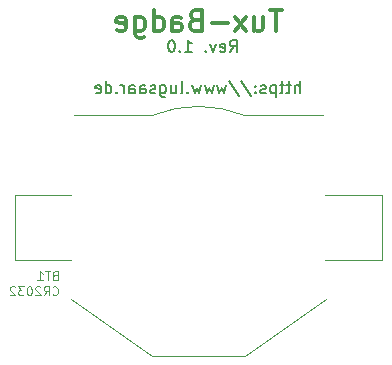
<source format=gbr>
%TF.GenerationSoftware,KiCad,Pcbnew,6.0.11-2627ca5db0~126~ubuntu20.04.1*%
%TF.CreationDate,2023-05-23T08:29:18+02:00*%
%TF.ProjectId,tux_badge,7475785f-6261-4646-9765-2e6b69636164,rev?*%
%TF.SameCoordinates,Original*%
%TF.FileFunction,Legend,Bot*%
%TF.FilePolarity,Positive*%
%FSLAX46Y46*%
G04 Gerber Fmt 4.6, Leading zero omitted, Abs format (unit mm)*
G04 Created by KiCad (PCBNEW 6.0.11-2627ca5db0~126~ubuntu20.04.1) date 2023-05-23 08:29:18*
%MOMM*%
%LPD*%
G01*
G04 APERTURE LIST*
%ADD10C,0.150000*%
%ADD11C,0.300000*%
%ADD12C,0.100000*%
%ADD13C,0.120000*%
%ADD14R,5.100000X5.100000*%
%ADD15C,17.800000*%
G04 APERTURE END LIST*
D10*
X169314476Y-90850980D02*
X169647809Y-90374790D01*
X169885904Y-90850980D02*
X169885904Y-89850980D01*
X169504952Y-89850980D01*
X169409714Y-89898600D01*
X169362095Y-89946219D01*
X169314476Y-90041457D01*
X169314476Y-90184314D01*
X169362095Y-90279552D01*
X169409714Y-90327171D01*
X169504952Y-90374790D01*
X169885904Y-90374790D01*
X168504952Y-90803361D02*
X168600190Y-90850980D01*
X168790666Y-90850980D01*
X168885904Y-90803361D01*
X168933523Y-90708123D01*
X168933523Y-90327171D01*
X168885904Y-90231933D01*
X168790666Y-90184314D01*
X168600190Y-90184314D01*
X168504952Y-90231933D01*
X168457333Y-90327171D01*
X168457333Y-90422409D01*
X168933523Y-90517647D01*
X168124000Y-90184314D02*
X167885904Y-90850980D01*
X167647809Y-90184314D01*
X167266857Y-90755742D02*
X167219238Y-90803361D01*
X167266857Y-90850980D01*
X167314476Y-90803361D01*
X167266857Y-90755742D01*
X167266857Y-90850980D01*
X165504952Y-90850980D02*
X166076380Y-90850980D01*
X165790666Y-90850980D02*
X165790666Y-89850980D01*
X165885904Y-89993838D01*
X165981142Y-90089076D01*
X166076380Y-90136695D01*
X165076380Y-90755742D02*
X165028761Y-90803361D01*
X165076380Y-90850980D01*
X165124000Y-90803361D01*
X165076380Y-90755742D01*
X165076380Y-90850980D01*
X164409714Y-89850980D02*
X164314476Y-89850980D01*
X164219238Y-89898600D01*
X164171619Y-89946219D01*
X164124000Y-90041457D01*
X164076380Y-90231933D01*
X164076380Y-90470028D01*
X164124000Y-90660504D01*
X164171619Y-90755742D01*
X164219238Y-90803361D01*
X164314476Y-90850980D01*
X164409714Y-90850980D01*
X164504952Y-90803361D01*
X164552571Y-90755742D01*
X164600190Y-90660504D01*
X164647809Y-90470028D01*
X164647809Y-90231933D01*
X164600190Y-90041457D01*
X164552571Y-89946219D01*
X164504952Y-89898600D01*
X164409714Y-89850980D01*
X175241457Y-94356180D02*
X175241457Y-93356180D01*
X174812885Y-94356180D02*
X174812885Y-93832371D01*
X174860504Y-93737133D01*
X174955742Y-93689514D01*
X175098600Y-93689514D01*
X175193838Y-93737133D01*
X175241457Y-93784752D01*
X174479552Y-93689514D02*
X174098600Y-93689514D01*
X174336695Y-93356180D02*
X174336695Y-94213323D01*
X174289076Y-94308561D01*
X174193838Y-94356180D01*
X174098600Y-94356180D01*
X173908123Y-93689514D02*
X173527171Y-93689514D01*
X173765266Y-93356180D02*
X173765266Y-94213323D01*
X173717647Y-94308561D01*
X173622409Y-94356180D01*
X173527171Y-94356180D01*
X173193838Y-93689514D02*
X173193838Y-94689514D01*
X173193838Y-93737133D02*
X173098600Y-93689514D01*
X172908123Y-93689514D01*
X172812885Y-93737133D01*
X172765266Y-93784752D01*
X172717647Y-93879990D01*
X172717647Y-94165704D01*
X172765266Y-94260942D01*
X172812885Y-94308561D01*
X172908123Y-94356180D01*
X173098600Y-94356180D01*
X173193838Y-94308561D01*
X172336695Y-94308561D02*
X172241457Y-94356180D01*
X172050980Y-94356180D01*
X171955742Y-94308561D01*
X171908123Y-94213323D01*
X171908123Y-94165704D01*
X171955742Y-94070466D01*
X172050980Y-94022847D01*
X172193838Y-94022847D01*
X172289076Y-93975228D01*
X172336695Y-93879990D01*
X172336695Y-93832371D01*
X172289076Y-93737133D01*
X172193838Y-93689514D01*
X172050980Y-93689514D01*
X171955742Y-93737133D01*
X171479552Y-94260942D02*
X171431933Y-94308561D01*
X171479552Y-94356180D01*
X171527171Y-94308561D01*
X171479552Y-94260942D01*
X171479552Y-94356180D01*
X171479552Y-93737133D02*
X171431933Y-93784752D01*
X171479552Y-93832371D01*
X171527171Y-93784752D01*
X171479552Y-93737133D01*
X171479552Y-93832371D01*
X170289076Y-93308561D02*
X171146219Y-94594276D01*
X169241457Y-93308561D02*
X170098600Y-94594276D01*
X169003361Y-93689514D02*
X168812885Y-94356180D01*
X168622409Y-93879990D01*
X168431933Y-94356180D01*
X168241457Y-93689514D01*
X167955742Y-93689514D02*
X167765266Y-94356180D01*
X167574790Y-93879990D01*
X167384314Y-94356180D01*
X167193838Y-93689514D01*
X166908123Y-93689514D02*
X166717647Y-94356180D01*
X166527171Y-93879990D01*
X166336695Y-94356180D01*
X166146219Y-93689514D01*
X165765266Y-94260942D02*
X165717647Y-94308561D01*
X165765266Y-94356180D01*
X165812885Y-94308561D01*
X165765266Y-94260942D01*
X165765266Y-94356180D01*
X165146219Y-94356180D02*
X165241457Y-94308561D01*
X165289076Y-94213323D01*
X165289076Y-93356180D01*
X164336695Y-93689514D02*
X164336695Y-94356180D01*
X164765266Y-93689514D02*
X164765266Y-94213323D01*
X164717647Y-94308561D01*
X164622409Y-94356180D01*
X164479552Y-94356180D01*
X164384314Y-94308561D01*
X164336695Y-94260942D01*
X163431933Y-93689514D02*
X163431933Y-94499038D01*
X163479552Y-94594276D01*
X163527171Y-94641895D01*
X163622409Y-94689514D01*
X163765266Y-94689514D01*
X163860504Y-94641895D01*
X163431933Y-94308561D02*
X163527171Y-94356180D01*
X163717647Y-94356180D01*
X163812885Y-94308561D01*
X163860504Y-94260942D01*
X163908123Y-94165704D01*
X163908123Y-93879990D01*
X163860504Y-93784752D01*
X163812885Y-93737133D01*
X163717647Y-93689514D01*
X163527171Y-93689514D01*
X163431933Y-93737133D01*
X163003361Y-94308561D02*
X162908123Y-94356180D01*
X162717647Y-94356180D01*
X162622409Y-94308561D01*
X162574790Y-94213323D01*
X162574790Y-94165704D01*
X162622409Y-94070466D01*
X162717647Y-94022847D01*
X162860504Y-94022847D01*
X162955742Y-93975228D01*
X163003361Y-93879990D01*
X163003361Y-93832371D01*
X162955742Y-93737133D01*
X162860504Y-93689514D01*
X162717647Y-93689514D01*
X162622409Y-93737133D01*
X161717647Y-94356180D02*
X161717647Y-93832371D01*
X161765266Y-93737133D01*
X161860504Y-93689514D01*
X162050980Y-93689514D01*
X162146219Y-93737133D01*
X161717647Y-94308561D02*
X161812885Y-94356180D01*
X162050980Y-94356180D01*
X162146219Y-94308561D01*
X162193838Y-94213323D01*
X162193838Y-94118085D01*
X162146219Y-94022847D01*
X162050980Y-93975228D01*
X161812885Y-93975228D01*
X161717647Y-93927609D01*
X160812885Y-94356180D02*
X160812885Y-93832371D01*
X160860504Y-93737133D01*
X160955742Y-93689514D01*
X161146219Y-93689514D01*
X161241457Y-93737133D01*
X160812885Y-94308561D02*
X160908123Y-94356180D01*
X161146219Y-94356180D01*
X161241457Y-94308561D01*
X161289076Y-94213323D01*
X161289076Y-94118085D01*
X161241457Y-94022847D01*
X161146219Y-93975228D01*
X160908123Y-93975228D01*
X160812885Y-93927609D01*
X160336695Y-94356180D02*
X160336695Y-93689514D01*
X160336695Y-93879990D02*
X160289076Y-93784752D01*
X160241457Y-93737133D01*
X160146219Y-93689514D01*
X160050980Y-93689514D01*
X159717647Y-94260942D02*
X159670028Y-94308561D01*
X159717647Y-94356180D01*
X159765266Y-94308561D01*
X159717647Y-94260942D01*
X159717647Y-94356180D01*
X158812885Y-94356180D02*
X158812885Y-93356180D01*
X158812885Y-94308561D02*
X158908123Y-94356180D01*
X159098600Y-94356180D01*
X159193838Y-94308561D01*
X159241457Y-94260942D01*
X159289076Y-94165704D01*
X159289076Y-93879990D01*
X159241457Y-93784752D01*
X159193838Y-93737133D01*
X159098600Y-93689514D01*
X158908123Y-93689514D01*
X158812885Y-93737133D01*
X157955742Y-94308561D02*
X158050980Y-94356180D01*
X158241457Y-94356180D01*
X158336695Y-94308561D01*
X158384314Y-94213323D01*
X158384314Y-93832371D01*
X158336695Y-93737133D01*
X158241457Y-93689514D01*
X158050980Y-93689514D01*
X157955742Y-93737133D01*
X157908123Y-93832371D01*
X157908123Y-93927609D01*
X158384314Y-94022847D01*
D11*
X173707333Y-87306666D02*
X172707333Y-87306666D01*
X173207333Y-89056666D02*
X173207333Y-87306666D01*
X171374000Y-87890000D02*
X171374000Y-89056666D01*
X172124000Y-87890000D02*
X172124000Y-88806666D01*
X172040666Y-88973333D01*
X171874000Y-89056666D01*
X171624000Y-89056666D01*
X171457333Y-88973333D01*
X171374000Y-88890000D01*
X170707333Y-89056666D02*
X169790666Y-87890000D01*
X170707333Y-87890000D02*
X169790666Y-89056666D01*
X169124000Y-88390000D02*
X167790666Y-88390000D01*
X166374000Y-88140000D02*
X166124000Y-88223333D01*
X166040666Y-88306666D01*
X165957333Y-88473333D01*
X165957333Y-88723333D01*
X166040666Y-88890000D01*
X166124000Y-88973333D01*
X166290666Y-89056666D01*
X166957333Y-89056666D01*
X166957333Y-87306666D01*
X166374000Y-87306666D01*
X166207333Y-87390000D01*
X166124000Y-87473333D01*
X166040666Y-87640000D01*
X166040666Y-87806666D01*
X166124000Y-87973333D01*
X166207333Y-88056666D01*
X166374000Y-88140000D01*
X166957333Y-88140000D01*
X164457333Y-89056666D02*
X164457333Y-88140000D01*
X164540666Y-87973333D01*
X164707333Y-87890000D01*
X165040666Y-87890000D01*
X165207333Y-87973333D01*
X164457333Y-88973333D02*
X164624000Y-89056666D01*
X165040666Y-89056666D01*
X165207333Y-88973333D01*
X165290666Y-88806666D01*
X165290666Y-88640000D01*
X165207333Y-88473333D01*
X165040666Y-88390000D01*
X164624000Y-88390000D01*
X164457333Y-88306666D01*
X162874000Y-89056666D02*
X162874000Y-87306666D01*
X162874000Y-88973333D02*
X163040666Y-89056666D01*
X163374000Y-89056666D01*
X163540666Y-88973333D01*
X163624000Y-88890000D01*
X163707333Y-88723333D01*
X163707333Y-88223333D01*
X163624000Y-88056666D01*
X163540666Y-87973333D01*
X163374000Y-87890000D01*
X163040666Y-87890000D01*
X162874000Y-87973333D01*
X161290666Y-87890000D02*
X161290666Y-89306666D01*
X161374000Y-89473333D01*
X161457333Y-89556666D01*
X161624000Y-89640000D01*
X161874000Y-89640000D01*
X162040666Y-89556666D01*
X161290666Y-88973333D02*
X161457333Y-89056666D01*
X161790666Y-89056666D01*
X161957333Y-88973333D01*
X162040666Y-88890000D01*
X162124000Y-88723333D01*
X162124000Y-88223333D01*
X162040666Y-88056666D01*
X161957333Y-87973333D01*
X161790666Y-87890000D01*
X161457333Y-87890000D01*
X161290666Y-87973333D01*
X159790666Y-88973333D02*
X159957333Y-89056666D01*
X160290666Y-89056666D01*
X160457333Y-88973333D01*
X160540666Y-88806666D01*
X160540666Y-88140000D01*
X160457333Y-87973333D01*
X160290666Y-87890000D01*
X159957333Y-87890000D01*
X159790666Y-87973333D01*
X159707333Y-88140000D01*
X159707333Y-88306666D01*
X160540666Y-88473333D01*
D12*
%TO.C,BT1*%
X154487885Y-109776028D02*
X154380742Y-109811742D01*
X154345028Y-109847457D01*
X154309314Y-109918885D01*
X154309314Y-110026028D01*
X154345028Y-110097457D01*
X154380742Y-110133171D01*
X154452171Y-110168885D01*
X154737885Y-110168885D01*
X154737885Y-109418885D01*
X154487885Y-109418885D01*
X154416457Y-109454600D01*
X154380742Y-109490314D01*
X154345028Y-109561742D01*
X154345028Y-109633171D01*
X154380742Y-109704600D01*
X154416457Y-109740314D01*
X154487885Y-109776028D01*
X154737885Y-109776028D01*
X154095028Y-109418885D02*
X153666457Y-109418885D01*
X153880742Y-110168885D02*
X153880742Y-109418885D01*
X153023600Y-110168885D02*
X153452171Y-110168885D01*
X153237885Y-110168885D02*
X153237885Y-109418885D01*
X153309314Y-109526028D01*
X153380742Y-109597457D01*
X153452171Y-109633171D01*
X154301628Y-111392857D02*
X154337342Y-111428571D01*
X154444485Y-111464285D01*
X154515914Y-111464285D01*
X154623057Y-111428571D01*
X154694485Y-111357142D01*
X154730200Y-111285714D01*
X154765914Y-111142857D01*
X154765914Y-111035714D01*
X154730200Y-110892857D01*
X154694485Y-110821428D01*
X154623057Y-110750000D01*
X154515914Y-110714285D01*
X154444485Y-110714285D01*
X154337342Y-110750000D01*
X154301628Y-110785714D01*
X153551628Y-111464285D02*
X153801628Y-111107142D01*
X153980200Y-111464285D02*
X153980200Y-110714285D01*
X153694485Y-110714285D01*
X153623057Y-110750000D01*
X153587342Y-110785714D01*
X153551628Y-110857142D01*
X153551628Y-110964285D01*
X153587342Y-111035714D01*
X153623057Y-111071428D01*
X153694485Y-111107142D01*
X153980200Y-111107142D01*
X153265914Y-110785714D02*
X153230200Y-110750000D01*
X153158771Y-110714285D01*
X152980200Y-110714285D01*
X152908771Y-110750000D01*
X152873057Y-110785714D01*
X152837342Y-110857142D01*
X152837342Y-110928571D01*
X152873057Y-111035714D01*
X153301628Y-111464285D01*
X152837342Y-111464285D01*
X152373057Y-110714285D02*
X152301628Y-110714285D01*
X152230200Y-110750000D01*
X152194485Y-110785714D01*
X152158771Y-110857142D01*
X152123057Y-111000000D01*
X152123057Y-111178571D01*
X152158771Y-111321428D01*
X152194485Y-111392857D01*
X152230200Y-111428571D01*
X152301628Y-111464285D01*
X152373057Y-111464285D01*
X152444485Y-111428571D01*
X152480200Y-111392857D01*
X152515914Y-111321428D01*
X152551628Y-111178571D01*
X152551628Y-111000000D01*
X152515914Y-110857142D01*
X152480200Y-110785714D01*
X152444485Y-110750000D01*
X152373057Y-110714285D01*
X151873057Y-110714285D02*
X151408771Y-110714285D01*
X151658771Y-111000000D01*
X151551628Y-111000000D01*
X151480200Y-111035714D01*
X151444485Y-111071428D01*
X151408771Y-111142857D01*
X151408771Y-111321428D01*
X151444485Y-111392857D01*
X151480200Y-111428571D01*
X151551628Y-111464285D01*
X151765914Y-111464285D01*
X151837342Y-111428571D01*
X151873057Y-111392857D01*
X151123057Y-110785714D02*
X151087342Y-110750000D01*
X151015914Y-110714285D01*
X150837342Y-110714285D01*
X150765914Y-110750000D01*
X150730200Y-110785714D01*
X150694485Y-110857142D01*
X150694485Y-110928571D01*
X150730200Y-111035714D01*
X151158771Y-111464285D01*
X150694485Y-111464285D01*
D13*
X151099400Y-102967956D02*
X155899400Y-102967956D01*
X182199400Y-102967956D02*
X182199400Y-108467956D01*
X182199400Y-108467956D02*
X177399400Y-108467956D01*
X177399400Y-102967956D02*
X182199400Y-102967956D01*
X162699400Y-116567956D02*
X155899400Y-111767956D01*
X170599400Y-116567956D02*
X162699400Y-116567956D01*
X177449400Y-111767956D02*
X170599400Y-116567956D01*
X156099400Y-96217956D02*
X162799400Y-96217956D01*
X177199400Y-96217956D02*
X170499400Y-96217956D01*
X155899400Y-108467956D02*
X151099400Y-108467956D01*
X151099400Y-108467956D02*
X151099400Y-102967956D01*
X170495785Y-96216492D02*
G75*
G03*
X162799400Y-96217956I-3846385J-9501464D01*
G01*
%TD*%
%LPC*%
D14*
%TO.C,BT1*%
X153849400Y-105717956D03*
X179449400Y-105717956D03*
D15*
X166649400Y-105717956D03*
%TD*%
M02*

</source>
